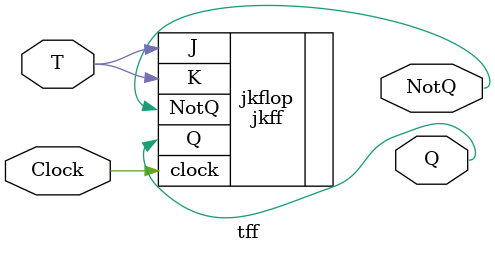
<source format=v>
module tff(
input T, Clock,
output  Q, NotQ
);

jkff jkflop(
    .J(T),
    .K(T),
    .clock(Clock),
    .Q(Q),
    .NotQ(NotQ)
);


endmodule
</source>
